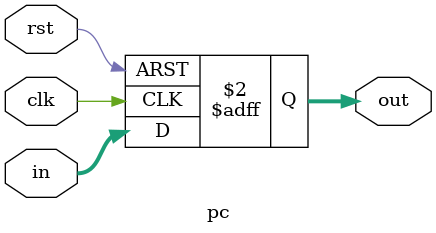
<source format=v>
module pc(in,clk,rst,out);
    //Register of 8 bit called program counter storing address of the instruction 
    input clk,rst;
    input [7:0] in;
    output reg [7:0] out;
    always @ (posedge clk or posedge rst)
        if(rst)
            out <= 0;
        else 
            out <= in;
endmodule

</source>
